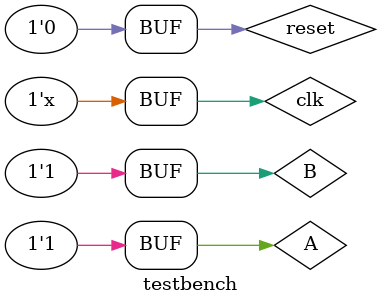
<source format=v>
module testbench;
  
  // Parameters
  parameter CLK_PERIOD = 10; // Clock period in ns
  
  // Signals
  reg clk;
  reg reset;
  reg A;
  reg B;
  wire O;
  wire [3:0] state;
  
  // Instantiate ABRO state machine module
  ABRO uut (
    .clk(clk),
    .reset(reset),
    .A(A),
    .B(B),
    .O(O),
    .state(state)
  );
  
  // Clock generator
  always #((CLK_PERIOD)/2) clk = ~clk;
  
  // Reset generator
  initial begin
    reset = 1;
    #((CLK_PERIOD)*2) reset = 0;
  end
  
  // Test cases
  initial begin
    // Test case 1: A and B not entered in correct order
    A = 1;
    B = 1;
    #((CLK_PERIOD)*10);
    if (O == 0)
      $display("Test case 1: Passed");
    else
      $display("Test case 1: Failed");
    
    // Test case 2: A entered before B
    A = 1;
    B = 0;
    #((CLK_PERIOD)*10);
    if (O == 0)
      $display("Test case 2: Passed");
    else
      $display("Test case 2: Failed");
    
    // Test case 3: B entered before A
    A = 0;
    B = 1;
    #((CLK_PERIOD)*10);
    if (O == 0)
      $display("Test case 3: Passed");
    else
      $display("Test case 3: Failed");
    
    // Test case 4: A and B entered simultaneously
    A = 1;
    B = 1;
    #((CLK_PERIOD)*10);
    if (O == 1)
      $display("Test case 4: Passed");
    else
      $display("Test case 4: Failed");
    
    // Test case 5: A and B entered multiple times in different orders
    A = 1;
    B = 0;
    #((CLK_PERIOD)*10);
    if (O == 0)
      $display("Test case 5: Passed");
    else
      $display("Test case 5: Failed");
    
    A = 0;
    B = 1;
    #((CLK_PERIOD)*10);
    if (O == 0)
      $display("Test case 5: Passed");
    else
      $display("Test case 5: Failed");
    
    A = 1;
    B = 1;
    #((CLK_PERIOD)*10);
    if (O == 1)
      $display("Test case 5: Passed");
    else
      $display("Test case 5: Failed");
  end
  
  // Dump waveform for visualization
  initial begin
    $dumpfile("WaveOutput.vcd");
    $dumpvars(0, testbench);
  end
  
endmodule

</source>
